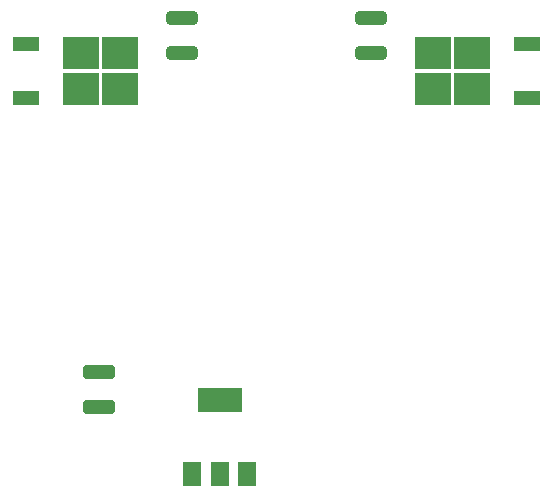
<source format=gbr>
%TF.GenerationSoftware,KiCad,Pcbnew,(6.0.1)*%
%TF.CreationDate,2022-02-19T19:16:45+01:00*%
%TF.ProjectId,NANOFC,4e414e4f-4643-42e6-9b69-6361645f7063,rev?*%
%TF.SameCoordinates,Original*%
%TF.FileFunction,Paste,Bot*%
%TF.FilePolarity,Positive*%
%FSLAX46Y46*%
G04 Gerber Fmt 4.6, Leading zero omitted, Abs format (unit mm)*
G04 Created by KiCad (PCBNEW (6.0.1)) date 2022-02-19 19:16:45*
%MOMM*%
%LPD*%
G01*
G04 APERTURE LIST*
G04 Aperture macros list*
%AMRoundRect*
0 Rectangle with rounded corners*
0 $1 Rounding radius*
0 $2 $3 $4 $5 $6 $7 $8 $9 X,Y pos of 4 corners*
0 Add a 4 corners polygon primitive as box body*
4,1,4,$2,$3,$4,$5,$6,$7,$8,$9,$2,$3,0*
0 Add four circle primitives for the rounded corners*
1,1,$1+$1,$2,$3*
1,1,$1+$1,$4,$5*
1,1,$1+$1,$6,$7*
1,1,$1+$1,$8,$9*
0 Add four rect primitives between the rounded corners*
20,1,$1+$1,$2,$3,$4,$5,0*
20,1,$1+$1,$4,$5,$6,$7,0*
20,1,$1+$1,$6,$7,$8,$9,0*
20,1,$1+$1,$8,$9,$2,$3,0*%
G04 Aperture macros list end*
%ADD10R,3.050000X2.750000*%
%ADD11R,2.200000X1.200000*%
%ADD12RoundRect,0.250000X1.075000X-0.312500X1.075000X0.312500X-1.075000X0.312500X-1.075000X-0.312500X0*%
%ADD13RoundRect,0.250000X1.100000X-0.325000X1.100000X0.325000X-1.100000X0.325000X-1.100000X-0.325000X0*%
%ADD14R,1.500000X2.000000*%
%ADD15R,3.800000X2.000000*%
%ADD16RoundRect,0.250000X-1.075000X0.312500X-1.075000X-0.312500X1.075000X-0.312500X1.075000X0.312500X0*%
G04 APERTURE END LIST*
D10*
%TO.C,Q1*%
X191575000Y-77475000D03*
X191575000Y-80525000D03*
X188225000Y-77475000D03*
X188225000Y-80525000D03*
D11*
X196200000Y-76720000D03*
X196200000Y-81280000D03*
%TD*%
D12*
%TO.C,R1*%
X183000000Y-77462500D03*
X183000000Y-74537500D03*
%TD*%
D13*
%TO.C,C1*%
X160000000Y-107475000D03*
X160000000Y-104525000D03*
%TD*%
D10*
%TO.C,Q2*%
X158425000Y-77475000D03*
X161775000Y-77475000D03*
X161775000Y-80525000D03*
X158425000Y-80525000D03*
D11*
X153800000Y-81280000D03*
X153800000Y-76720000D03*
%TD*%
D14*
%TO.C,U1*%
X172480000Y-113150000D03*
D15*
X170180000Y-106850000D03*
D14*
X170180000Y-113150000D03*
X167880000Y-113150000D03*
%TD*%
D16*
%TO.C,R2*%
X167000000Y-74537500D03*
X167000000Y-77462500D03*
%TD*%
M02*

</source>
